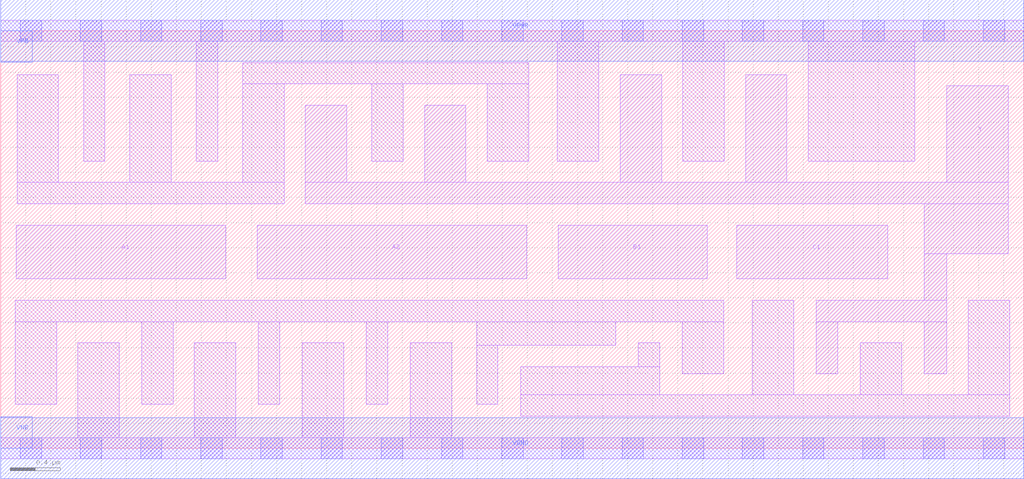
<source format=lef>
# Copyright 2020 The SkyWater PDK Authors
#
# Licensed under the Apache License, Version 2.0 (the "License");
# you may not use this file except in compliance with the License.
# You may obtain a copy of the License at
#
#     https://www.apache.org/licenses/LICENSE-2.0
#
# Unless required by applicable law or agreed to in writing, software
# distributed under the License is distributed on an "AS IS" BASIS,
# WITHOUT WARRANTIES OR CONDITIONS OF ANY KIND, either express or implied.
# See the License for the specific language governing permissions and
# limitations under the License.
#
# SPDX-License-Identifier: Apache-2.0

VERSION 5.5 ;
NAMESCASESENSITIVE ON ;
BUSBITCHARS "[]" ;
DIVIDERCHAR "/" ;
MACRO sky130_fd_sc_ms__o211ai_4
  CLASS CORE ;
  SOURCE USER ;
  ORIGIN  0.000000  0.000000 ;
  SIZE  8.160000 BY  3.330000 ;
  SYMMETRY X Y ;
  SITE unit ;
  PIN A1
    ANTENNAGATEAREA  1.116000 ;
    DIRECTION INPUT ;
    USE SIGNAL ;
    PORT
      LAYER li1 ;
        RECT 0.125000 1.350000 1.795000 1.780000 ;
    END
  END A1
  PIN A2
    ANTENNAGATEAREA  1.116000 ;
    DIRECTION INPUT ;
    USE SIGNAL ;
    PORT
      LAYER li1 ;
        RECT 2.045000 1.350000 4.195000 1.780000 ;
    END
  END A2
  PIN B1
    ANTENNAGATEAREA  0.780000 ;
    DIRECTION INPUT ;
    USE SIGNAL ;
    PORT
      LAYER li1 ;
        RECT 4.445000 1.350000 5.635000 1.780000 ;
    END
  END B1
  PIN C1
    ANTENNAGATEAREA  0.780000 ;
    DIRECTION INPUT ;
    USE SIGNAL ;
    PORT
      LAYER li1 ;
        RECT 5.870000 1.350000 7.075000 1.780000 ;
    END
  END C1
  PIN Y
    ANTENNADIFFAREA  1.915200 ;
    DIRECTION OUTPUT ;
    USE SIGNAL ;
    PORT
      LAYER li1 ;
        RECT 2.430000 1.950000 8.035000 2.120000 ;
        RECT 2.430000 2.120000 2.760000 2.735000 ;
        RECT 3.380000 2.120000 3.710000 2.735000 ;
        RECT 4.940000 2.120000 5.270000 2.980000 ;
        RECT 5.940000 2.120000 6.270000 2.980000 ;
        RECT 6.505000 0.595000 6.675000 1.010000 ;
        RECT 6.505000 1.010000 7.545000 1.180000 ;
        RECT 7.365000 0.595000 7.545000 1.010000 ;
        RECT 7.365000 1.180000 7.545000 1.550000 ;
        RECT 7.365000 1.550000 8.035000 1.950000 ;
        RECT 7.545000 2.120000 8.035000 2.890000 ;
    END
  END Y
  PIN VGND
    DIRECTION INOUT ;
    USE GROUND ;
    PORT
      LAYER met1 ;
        RECT 0.000000 -0.245000 8.160000 0.245000 ;
    END
  END VGND
  PIN VNB
    DIRECTION INOUT ;
    USE GROUND ;
    PORT
      LAYER met1 ;
        RECT 0.000000 0.000000 0.250000 0.250000 ;
    END
  END VNB
  PIN VPB
    DIRECTION INOUT ;
    USE POWER ;
    PORT
      LAYER met1 ;
        RECT 0.000000 3.080000 0.250000 3.330000 ;
    END
  END VPB
  PIN VPWR
    DIRECTION INOUT ;
    USE POWER ;
    PORT
      LAYER met1 ;
        RECT 0.000000 3.085000 8.160000 3.575000 ;
    END
  END VPWR
  OBS
    LAYER li1 ;
      RECT 0.000000 -0.085000 8.160000 0.085000 ;
      RECT 0.000000  3.245000 8.160000 3.415000 ;
      RECT 0.115000  0.350000 0.445000 1.010000 ;
      RECT 0.115000  1.010000 5.765000 1.180000 ;
      RECT 0.130000  1.950000 2.260000 2.120000 ;
      RECT 0.130000  2.120000 0.460000 2.980000 ;
      RECT 0.615000  0.085000 0.945000 0.840000 ;
      RECT 0.660000  2.290000 0.830000 3.245000 ;
      RECT 1.030000  2.120000 1.360000 2.980000 ;
      RECT 1.125000  0.350000 1.375000 1.010000 ;
      RECT 1.545000  0.085000 1.875000 0.840000 ;
      RECT 1.560000  2.290000 1.730000 3.245000 ;
      RECT 1.930000  2.120000 2.260000 2.905000 ;
      RECT 1.930000  2.905000 4.210000 3.075000 ;
      RECT 2.055000  0.350000 2.225000 1.010000 ;
      RECT 2.405000  0.085000 2.735000 0.840000 ;
      RECT 2.915000  0.350000 3.085000 1.010000 ;
      RECT 2.960000  2.290000 3.210000 2.905000 ;
      RECT 3.265000  0.085000 3.595000 0.840000 ;
      RECT 3.795000  0.350000 3.965000 0.820000 ;
      RECT 3.795000  0.820000 4.905000 1.010000 ;
      RECT 3.880000  2.290000 4.210000 2.905000 ;
      RECT 4.145000  0.255000 8.045000 0.425000 ;
      RECT 4.145000  0.425000 5.255000 0.650000 ;
      RECT 4.440000  2.290000 4.770000 3.245000 ;
      RECT 5.085000  0.650000 5.255000 0.840000 ;
      RECT 5.435000  0.595000 5.765000 1.010000 ;
      RECT 5.440000  2.290000 5.770000 3.245000 ;
      RECT 5.995000  0.425000 6.325000 1.180000 ;
      RECT 6.440000  2.290000 7.290000 3.245000 ;
      RECT 6.855000  0.425000 7.185000 0.840000 ;
      RECT 7.715000  0.425000 8.045000 1.180000 ;
    LAYER mcon ;
      RECT 0.155000 -0.085000 0.325000 0.085000 ;
      RECT 0.155000  3.245000 0.325000 3.415000 ;
      RECT 0.635000 -0.085000 0.805000 0.085000 ;
      RECT 0.635000  3.245000 0.805000 3.415000 ;
      RECT 1.115000 -0.085000 1.285000 0.085000 ;
      RECT 1.115000  3.245000 1.285000 3.415000 ;
      RECT 1.595000 -0.085000 1.765000 0.085000 ;
      RECT 1.595000  3.245000 1.765000 3.415000 ;
      RECT 2.075000 -0.085000 2.245000 0.085000 ;
      RECT 2.075000  3.245000 2.245000 3.415000 ;
      RECT 2.555000 -0.085000 2.725000 0.085000 ;
      RECT 2.555000  3.245000 2.725000 3.415000 ;
      RECT 3.035000 -0.085000 3.205000 0.085000 ;
      RECT 3.035000  3.245000 3.205000 3.415000 ;
      RECT 3.515000 -0.085000 3.685000 0.085000 ;
      RECT 3.515000  3.245000 3.685000 3.415000 ;
      RECT 3.995000 -0.085000 4.165000 0.085000 ;
      RECT 3.995000  3.245000 4.165000 3.415000 ;
      RECT 4.475000 -0.085000 4.645000 0.085000 ;
      RECT 4.475000  3.245000 4.645000 3.415000 ;
      RECT 4.955000 -0.085000 5.125000 0.085000 ;
      RECT 4.955000  3.245000 5.125000 3.415000 ;
      RECT 5.435000 -0.085000 5.605000 0.085000 ;
      RECT 5.435000  3.245000 5.605000 3.415000 ;
      RECT 5.915000 -0.085000 6.085000 0.085000 ;
      RECT 5.915000  3.245000 6.085000 3.415000 ;
      RECT 6.395000 -0.085000 6.565000 0.085000 ;
      RECT 6.395000  3.245000 6.565000 3.415000 ;
      RECT 6.875000 -0.085000 7.045000 0.085000 ;
      RECT 6.875000  3.245000 7.045000 3.415000 ;
      RECT 7.355000 -0.085000 7.525000 0.085000 ;
      RECT 7.355000  3.245000 7.525000 3.415000 ;
      RECT 7.835000 -0.085000 8.005000 0.085000 ;
      RECT 7.835000  3.245000 8.005000 3.415000 ;
  END
END sky130_fd_sc_ms__o211ai_4
END LIBRARY

</source>
